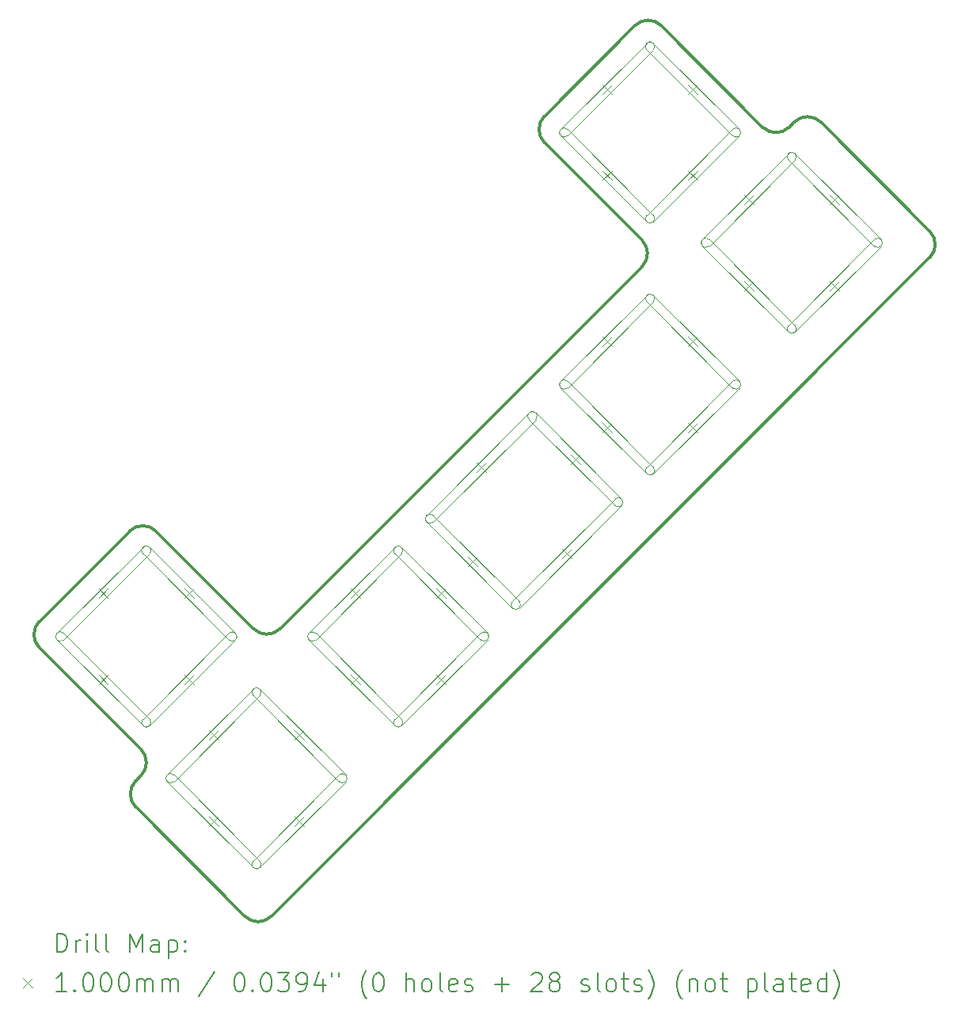
<source format=gbr>
%TF.GenerationSoftware,KiCad,Pcbnew,8.0.5*%
%TF.CreationDate,2024-09-29T21:28:24+09:00*%
%TF.ProjectId,SandyLP_Plate_Base_Center,53616e64-794c-4505-9f50-6c6174655f42,v.0*%
%TF.SameCoordinates,Original*%
%TF.FileFunction,Drillmap*%
%TF.FilePolarity,Positive*%
%FSLAX45Y45*%
G04 Gerber Fmt 4.5, Leading zero omitted, Abs format (unit mm)*
G04 Created by KiCad (PCBNEW 8.0.5) date 2024-09-29 21:28:24*
%MOMM*%
%LPD*%
G01*
G04 APERTURE LIST*
%ADD10C,0.300000*%
%ADD11C,0.200000*%
%ADD12C,0.100000*%
G04 APERTURE END LIST*
D10*
X12613939Y-13180623D02*
X13779663Y-14346348D01*
X12613939Y-12897781D02*
X12667855Y-12843864D01*
X11582771Y-11475936D02*
X12667855Y-12561021D01*
X11582771Y-11193093D02*
X12546308Y-10229556D01*
X12829151Y-10229556D02*
X13872136Y-11272541D01*
X18026831Y-7400689D02*
X14154979Y-11272541D01*
X16983845Y-6074861D02*
X18026831Y-7117847D01*
X17950920Y-4824935D02*
X16983845Y-5792019D01*
X18233763Y-4824935D02*
X19318848Y-5910020D01*
X19655607Y-5856103D02*
X19601690Y-5910020D01*
X21104190Y-7304663D02*
X14062506Y-14346348D01*
X19938450Y-5856103D02*
X21104190Y-7021821D01*
X12613939Y-13180623D02*
G75*
G02*
X12613940Y-12897782I141409J141420D01*
G01*
X14062506Y-14346348D02*
G75*
G02*
X13779663Y-14346348I-141422J141437D01*
G01*
X11582771Y-11475936D02*
G75*
G02*
X11582766Y-11193089I141432J141426D01*
G01*
X12667855Y-12561021D02*
G75*
G02*
X12667857Y-12843865I-141433J-141423D01*
G01*
X12546308Y-10229556D02*
G75*
G02*
X12829156Y-10229551I141426J-141422D01*
G01*
X14154979Y-11272541D02*
G75*
G02*
X13872138Y-11272539I-141420J141423D01*
G01*
X16983845Y-6074861D02*
G75*
G02*
X16983850Y-5792023I141422J141417D01*
G01*
X18026831Y-7117847D02*
G75*
G02*
X18026832Y-7400691I-141423J-141423D01*
G01*
X17950920Y-4824935D02*
G75*
G02*
X18233764Y-4824934I141422J-141435D01*
G01*
X19601690Y-5910020D02*
G75*
G02*
X19318847Y-5910020I-141422J141437D01*
G01*
X19655607Y-5856103D02*
G75*
G02*
X19938450Y-5856103I141421J-141434D01*
G01*
X21104190Y-7021821D02*
G75*
G02*
X21104193Y-7304666I-141412J-141424D01*
G01*
D11*
D12*
X12215457Y-10845786D02*
X12315457Y-10945786D01*
X12315457Y-10845786D02*
X12215457Y-10945786D01*
X11841193Y-11390760D02*
X12760432Y-10471522D01*
X12689721Y-10400811D02*
G75*
G02*
X12760432Y-10471522I35355J-35355D01*
G01*
X12689721Y-10400811D02*
X11770483Y-11320050D01*
X11770483Y-11320050D02*
G75*
G03*
X11841193Y-11390760I35355J-35355D01*
G01*
X12215457Y-11765025D02*
X12315457Y-11865025D01*
X12315457Y-11765025D02*
X12215457Y-11865025D01*
X12760432Y-12239289D02*
X11841193Y-11320050D01*
X11770483Y-11390760D02*
G75*
G02*
X11841193Y-11320050I35355J35355D01*
G01*
X11770483Y-11390760D02*
X12689721Y-12309999D01*
X12689721Y-12309999D02*
G75*
G03*
X12760432Y-12239289I35355J35355D01*
G01*
X13134696Y-10845786D02*
X13234696Y-10945786D01*
X13234696Y-10845786D02*
X13134696Y-10945786D01*
X13679671Y-11320050D02*
X12760432Y-10400811D01*
X12689721Y-10471522D02*
G75*
G02*
X12760432Y-10400811I35355J35355D01*
G01*
X12689721Y-10471522D02*
X13608960Y-11390760D01*
X13608960Y-11390760D02*
G75*
G03*
X13679671Y-11320050I35355J35355D01*
G01*
X13134696Y-11765025D02*
X13234696Y-11865025D01*
X13234696Y-11765025D02*
X13134696Y-11865025D01*
X12760432Y-12309999D02*
X13679671Y-11390760D01*
X13608960Y-11320050D02*
G75*
G02*
X13679671Y-11390760I35355J-35355D01*
G01*
X13608960Y-11320050D02*
X12689721Y-12239289D01*
X12689721Y-12239289D02*
G75*
G03*
X12760432Y-12309999I35355J-35355D01*
G01*
X13394116Y-12361204D02*
X13494116Y-12461204D01*
X13494116Y-12361204D02*
X13394116Y-12461204D01*
X13019852Y-12906179D02*
X13939091Y-11986940D01*
X13868380Y-11916229D02*
G75*
G02*
X13939091Y-11986940I35355J-35355D01*
G01*
X13868380Y-11916229D02*
X12949141Y-12835468D01*
X12949141Y-12835468D02*
G75*
G03*
X13019852Y-12906179I35355J-35355D01*
G01*
X13394116Y-13280443D02*
X13494116Y-13380443D01*
X13494116Y-13280443D02*
X13394116Y-13380443D01*
X13939091Y-13754707D02*
X13019852Y-12835468D01*
X12949141Y-12906179D02*
G75*
G02*
X13019852Y-12835468I35355J35355D01*
G01*
X12949141Y-12906179D02*
X13868380Y-13825417D01*
X13868380Y-13825417D02*
G75*
G03*
X13939091Y-13754707I35355J35355D01*
G01*
X14313355Y-12361204D02*
X14413355Y-12461204D01*
X14413355Y-12361204D02*
X14313355Y-12461204D01*
X14858329Y-12835468D02*
X13939091Y-11916229D01*
X13868380Y-11986940D02*
G75*
G02*
X13939091Y-11916229I35355J35355D01*
G01*
X13868380Y-11986940D02*
X14787619Y-12906179D01*
X14787619Y-12906179D02*
G75*
G03*
X14858329Y-12835468I35355J35355D01*
G01*
X14313355Y-13280443D02*
X14413355Y-13380443D01*
X14413355Y-13280443D02*
X14313355Y-13380443D01*
X13939091Y-13825417D02*
X14858329Y-12906179D01*
X14787619Y-12835468D02*
G75*
G02*
X14858329Y-12906179I35355J-35355D01*
G01*
X14787619Y-12835468D02*
X13868380Y-13754707D01*
X13868380Y-13754707D02*
G75*
G03*
X13939091Y-13825417I35355J-35355D01*
G01*
X14909534Y-10845786D02*
X15009534Y-10945786D01*
X15009534Y-10845786D02*
X14909534Y-10945786D01*
X14535270Y-11390760D02*
X15454509Y-10471522D01*
X15383798Y-10400811D02*
G75*
G02*
X15454509Y-10471522I35355J-35355D01*
G01*
X15383798Y-10400811D02*
X14464559Y-11320050D01*
X14464559Y-11320050D02*
G75*
G03*
X14535270Y-11390760I35355J-35355D01*
G01*
X14909534Y-11765025D02*
X15009534Y-11865025D01*
X15009534Y-11765025D02*
X14909534Y-11865025D01*
X15454509Y-12239289D02*
X14535270Y-11320050D01*
X14464559Y-11390760D02*
G75*
G02*
X14535270Y-11320050I35355J35355D01*
G01*
X14464559Y-11390760D02*
X15383798Y-12309999D01*
X15383798Y-12309999D02*
G75*
G03*
X15454509Y-12239289I35355J35355D01*
G01*
X15828773Y-10845786D02*
X15928773Y-10945786D01*
X15928773Y-10845786D02*
X15828773Y-10945786D01*
X16373748Y-11320050D02*
X15454509Y-10400811D01*
X15383798Y-10471522D02*
G75*
G02*
X15454509Y-10400811I35355J35355D01*
G01*
X15383798Y-10471522D02*
X16303037Y-11390760D01*
X16303037Y-11390760D02*
G75*
G03*
X16373748Y-11320050I35355J35355D01*
G01*
X15828773Y-11765025D02*
X15928773Y-11865025D01*
X15928773Y-11765025D02*
X15828773Y-11865025D01*
X15454509Y-12309999D02*
X16373748Y-11390760D01*
X16303037Y-11320050D02*
G75*
G02*
X16373748Y-11390760I35355J-35355D01*
G01*
X16303037Y-11320050D02*
X15383798Y-12239289D01*
X15383798Y-12239289D02*
G75*
G03*
X15454509Y-12309999I35355J-35355D01*
G01*
X16168184Y-10506375D02*
X16268184Y-10606375D01*
X16268184Y-10506375D02*
X16168184Y-10606375D01*
X16713159Y-10980639D02*
X15793920Y-10061400D01*
X15723209Y-10132110D02*
G75*
G02*
X15793920Y-10061400I35355J35355D01*
G01*
X15723209Y-10132110D02*
X16642448Y-11051349D01*
X16642448Y-11051349D02*
G75*
G03*
X16713159Y-10980639I35355J35355D01*
G01*
X16256572Y-9498747D02*
X16356572Y-9598747D01*
X16356572Y-9498747D02*
X16256572Y-9598747D01*
X16819225Y-8965384D02*
X15723209Y-10061400D01*
X15793920Y-10132110D02*
G75*
G02*
X15723209Y-10061400I-35355J35355D01*
G01*
X15793920Y-10132110D02*
X16889936Y-9036095D01*
X16889936Y-9036095D02*
G75*
G03*
X16819225Y-8965384I-35355J35355D01*
G01*
X17175811Y-10417986D02*
X17275811Y-10517986D01*
X17275811Y-10417986D02*
X17175811Y-10517986D01*
X17738464Y-9884623D02*
X16642448Y-10980639D01*
X16713159Y-11051349D02*
G75*
G02*
X16642448Y-10980639I-35355J35355D01*
G01*
X16713159Y-11051349D02*
X17809174Y-9955334D01*
X17809174Y-9955334D02*
G75*
G03*
X17738464Y-9884623I-35355J35355D01*
G01*
X17264200Y-9410359D02*
X17364200Y-9510359D01*
X17364200Y-9410359D02*
X17264200Y-9510359D01*
X17809174Y-9884623D02*
X16889936Y-8965384D01*
X16819225Y-9036095D02*
G75*
G02*
X16889936Y-8965384I35355J35355D01*
G01*
X16819225Y-9036095D02*
X17738464Y-9955334D01*
X17738464Y-9955334D02*
G75*
G03*
X17809174Y-9884623I35355J35355D01*
G01*
X17603611Y-5457632D02*
X17703611Y-5557632D01*
X17703611Y-5457632D02*
X17603611Y-5557632D01*
X17229347Y-6002607D02*
X18148586Y-5083368D01*
X18077875Y-5012657D02*
G75*
G02*
X18148586Y-5083368I35355J-35355D01*
G01*
X18077875Y-5012657D02*
X17158636Y-5931896D01*
X17158636Y-5931896D02*
G75*
G03*
X17229347Y-6002607I35355J-35355D01*
G01*
X17603611Y-6376871D02*
X17703611Y-6476871D01*
X17703611Y-6376871D02*
X17603611Y-6476871D01*
X18148586Y-6851135D02*
X17229347Y-5931896D01*
X17158636Y-6002607D02*
G75*
G02*
X17229347Y-5931896I35355J35355D01*
G01*
X17158636Y-6002607D02*
X18077875Y-6921846D01*
X18077875Y-6921846D02*
G75*
G03*
X18148586Y-6851135I35355J35355D01*
G01*
X17603611Y-8151709D02*
X17703611Y-8251709D01*
X17703611Y-8151709D02*
X17603611Y-8251709D01*
X17229347Y-8696684D02*
X18148586Y-7777445D01*
X18077875Y-7706734D02*
G75*
G02*
X18148586Y-7777445I35355J-35355D01*
G01*
X18077875Y-7706734D02*
X17158636Y-8625973D01*
X17158636Y-8625973D02*
G75*
G03*
X17229347Y-8696684I35355J-35355D01*
G01*
X17603611Y-9070948D02*
X17703611Y-9170948D01*
X17703611Y-9070948D02*
X17603611Y-9170948D01*
X18148586Y-9545212D02*
X17229347Y-8625973D01*
X17158636Y-8696684D02*
G75*
G02*
X17229347Y-8625973I35355J35355D01*
G01*
X17158636Y-8696684D02*
X18077875Y-9615922D01*
X18077875Y-9615922D02*
G75*
G03*
X18148586Y-9545212I35355J35355D01*
G01*
X18522850Y-5457632D02*
X18622850Y-5557632D01*
X18622850Y-5457632D02*
X18522850Y-5557632D01*
X19067825Y-5931896D02*
X18148586Y-5012657D01*
X18077875Y-5083368D02*
G75*
G02*
X18148586Y-5012657I35355J35355D01*
G01*
X18077875Y-5083368D02*
X18997114Y-6002607D01*
X18997114Y-6002607D02*
G75*
G03*
X19067825Y-5931896I35355J35355D01*
G01*
X18522850Y-6376871D02*
X18622850Y-6476871D01*
X18622850Y-6376871D02*
X18522850Y-6476871D01*
X18148586Y-6921846D02*
X19067825Y-6002607D01*
X18997114Y-5931896D02*
G75*
G02*
X19067825Y-6002607I35355J-35355D01*
G01*
X18997114Y-5931896D02*
X18077875Y-6851135D01*
X18077875Y-6851135D02*
G75*
G03*
X18148586Y-6921846I35355J-35355D01*
G01*
X18522850Y-8151709D02*
X18622850Y-8251709D01*
X18622850Y-8151709D02*
X18522850Y-8251709D01*
X19067825Y-8625973D02*
X18148586Y-7706734D01*
X18077875Y-7777445D02*
G75*
G02*
X18148586Y-7706734I35355J35355D01*
G01*
X18077875Y-7777445D02*
X18997114Y-8696684D01*
X18997114Y-8696684D02*
G75*
G03*
X19067825Y-8625973I35355J35355D01*
G01*
X18522850Y-9070948D02*
X18622850Y-9170948D01*
X18622850Y-9070948D02*
X18522850Y-9170948D01*
X18148586Y-9615922D02*
X19067825Y-8696684D01*
X18997114Y-8625973D02*
G75*
G02*
X19067825Y-8696684I35355J-35355D01*
G01*
X18997114Y-8625973D02*
X18077875Y-9545212D01*
X18077875Y-9545212D02*
G75*
G03*
X18148586Y-9615922I35355J-35355D01*
G01*
X19119029Y-6636291D02*
X19219029Y-6736291D01*
X19219029Y-6636291D02*
X19119029Y-6736291D01*
X18744765Y-7181265D02*
X19664004Y-6262027D01*
X19593293Y-6191316D02*
G75*
G02*
X19664004Y-6262027I35355J-35355D01*
G01*
X19593293Y-6191316D02*
X18674055Y-7110555D01*
X18674055Y-7110555D02*
G75*
G03*
X18744765Y-7181265I35355J-35355D01*
G01*
X19119029Y-7555529D02*
X19219029Y-7655529D01*
X19219029Y-7555529D02*
X19119029Y-7655529D01*
X19664004Y-8029794D02*
X18744765Y-7110555D01*
X18674055Y-7181265D02*
G75*
G02*
X18744765Y-7110555I35355J35355D01*
G01*
X18674055Y-7181265D02*
X19593293Y-8100504D01*
X19593293Y-8100504D02*
G75*
G03*
X19664004Y-8029794I35355J35355D01*
G01*
X20038268Y-6636291D02*
X20138268Y-6736291D01*
X20138268Y-6636291D02*
X20038268Y-6736291D01*
X20583243Y-7110555D02*
X19664004Y-6191316D01*
X19593293Y-6262027D02*
G75*
G02*
X19664004Y-6191316I35355J35355D01*
G01*
X19593293Y-6262027D02*
X20512532Y-7181265D01*
X20512532Y-7181265D02*
G75*
G03*
X20583243Y-7110555I35355J35355D01*
G01*
X20038268Y-7555529D02*
X20138268Y-7655529D01*
X20138268Y-7555529D02*
X20038268Y-7655529D01*
X19664004Y-8100504D02*
X20583243Y-7181265D01*
X20512532Y-7110555D02*
G75*
G02*
X20583243Y-7181265I35355J-35355D01*
G01*
X20512532Y-7110555D02*
X19593293Y-8029794D01*
X19593293Y-8029794D02*
G75*
G03*
X19664004Y-8100504I35355J-35355D01*
G01*
D11*
X11769968Y-14731406D02*
X11769968Y-14531406D01*
X11769968Y-14531406D02*
X11817587Y-14531406D01*
X11817587Y-14531406D02*
X11846159Y-14540930D01*
X11846159Y-14540930D02*
X11865207Y-14559977D01*
X11865207Y-14559977D02*
X11874730Y-14579025D01*
X11874730Y-14579025D02*
X11884254Y-14617120D01*
X11884254Y-14617120D02*
X11884254Y-14645692D01*
X11884254Y-14645692D02*
X11874730Y-14683787D01*
X11874730Y-14683787D02*
X11865207Y-14702834D01*
X11865207Y-14702834D02*
X11846159Y-14721882D01*
X11846159Y-14721882D02*
X11817587Y-14731406D01*
X11817587Y-14731406D02*
X11769968Y-14731406D01*
X11969968Y-14731406D02*
X11969968Y-14598072D01*
X11969968Y-14636168D02*
X11979492Y-14617120D01*
X11979492Y-14617120D02*
X11989016Y-14607596D01*
X11989016Y-14607596D02*
X12008064Y-14598072D01*
X12008064Y-14598072D02*
X12027111Y-14598072D01*
X12093778Y-14731406D02*
X12093778Y-14598072D01*
X12093778Y-14531406D02*
X12084254Y-14540930D01*
X12084254Y-14540930D02*
X12093778Y-14550453D01*
X12093778Y-14550453D02*
X12103302Y-14540930D01*
X12103302Y-14540930D02*
X12093778Y-14531406D01*
X12093778Y-14531406D02*
X12093778Y-14550453D01*
X12217587Y-14731406D02*
X12198540Y-14721882D01*
X12198540Y-14721882D02*
X12189016Y-14702834D01*
X12189016Y-14702834D02*
X12189016Y-14531406D01*
X12322349Y-14731406D02*
X12303302Y-14721882D01*
X12303302Y-14721882D02*
X12293778Y-14702834D01*
X12293778Y-14702834D02*
X12293778Y-14531406D01*
X12550921Y-14731406D02*
X12550921Y-14531406D01*
X12550921Y-14531406D02*
X12617588Y-14674263D01*
X12617588Y-14674263D02*
X12684254Y-14531406D01*
X12684254Y-14531406D02*
X12684254Y-14731406D01*
X12865207Y-14731406D02*
X12865207Y-14626644D01*
X12865207Y-14626644D02*
X12855683Y-14607596D01*
X12855683Y-14607596D02*
X12836635Y-14598072D01*
X12836635Y-14598072D02*
X12798540Y-14598072D01*
X12798540Y-14598072D02*
X12779492Y-14607596D01*
X12865207Y-14721882D02*
X12846159Y-14731406D01*
X12846159Y-14731406D02*
X12798540Y-14731406D01*
X12798540Y-14731406D02*
X12779492Y-14721882D01*
X12779492Y-14721882D02*
X12769968Y-14702834D01*
X12769968Y-14702834D02*
X12769968Y-14683787D01*
X12769968Y-14683787D02*
X12779492Y-14664739D01*
X12779492Y-14664739D02*
X12798540Y-14655215D01*
X12798540Y-14655215D02*
X12846159Y-14655215D01*
X12846159Y-14655215D02*
X12865207Y-14645692D01*
X12960445Y-14598072D02*
X12960445Y-14798072D01*
X12960445Y-14607596D02*
X12979492Y-14598072D01*
X12979492Y-14598072D02*
X13017588Y-14598072D01*
X13017588Y-14598072D02*
X13036635Y-14607596D01*
X13036635Y-14607596D02*
X13046159Y-14617120D01*
X13046159Y-14617120D02*
X13055683Y-14636168D01*
X13055683Y-14636168D02*
X13055683Y-14693311D01*
X13055683Y-14693311D02*
X13046159Y-14712358D01*
X13046159Y-14712358D02*
X13036635Y-14721882D01*
X13036635Y-14721882D02*
X13017588Y-14731406D01*
X13017588Y-14731406D02*
X12979492Y-14731406D01*
X12979492Y-14731406D02*
X12960445Y-14721882D01*
X13141397Y-14712358D02*
X13150921Y-14721882D01*
X13150921Y-14721882D02*
X13141397Y-14731406D01*
X13141397Y-14731406D02*
X13131873Y-14721882D01*
X13131873Y-14721882D02*
X13141397Y-14712358D01*
X13141397Y-14712358D02*
X13141397Y-14731406D01*
X13141397Y-14607596D02*
X13150921Y-14617120D01*
X13150921Y-14617120D02*
X13141397Y-14626644D01*
X13141397Y-14626644D02*
X13131873Y-14617120D01*
X13131873Y-14617120D02*
X13141397Y-14607596D01*
X13141397Y-14607596D02*
X13141397Y-14626644D01*
D12*
X11409192Y-15009922D02*
X11509192Y-15109922D01*
X11509192Y-15009922D02*
X11409192Y-15109922D01*
D11*
X11874730Y-15151406D02*
X11760445Y-15151406D01*
X11817587Y-15151406D02*
X11817587Y-14951406D01*
X11817587Y-14951406D02*
X11798540Y-14979977D01*
X11798540Y-14979977D02*
X11779492Y-14999025D01*
X11779492Y-14999025D02*
X11760445Y-15008549D01*
X11960445Y-15132358D02*
X11969968Y-15141882D01*
X11969968Y-15141882D02*
X11960445Y-15151406D01*
X11960445Y-15151406D02*
X11950921Y-15141882D01*
X11950921Y-15141882D02*
X11960445Y-15132358D01*
X11960445Y-15132358D02*
X11960445Y-15151406D01*
X12093778Y-14951406D02*
X12112826Y-14951406D01*
X12112826Y-14951406D02*
X12131873Y-14960930D01*
X12131873Y-14960930D02*
X12141397Y-14970453D01*
X12141397Y-14970453D02*
X12150921Y-14989501D01*
X12150921Y-14989501D02*
X12160445Y-15027596D01*
X12160445Y-15027596D02*
X12160445Y-15075215D01*
X12160445Y-15075215D02*
X12150921Y-15113311D01*
X12150921Y-15113311D02*
X12141397Y-15132358D01*
X12141397Y-15132358D02*
X12131873Y-15141882D01*
X12131873Y-15141882D02*
X12112826Y-15151406D01*
X12112826Y-15151406D02*
X12093778Y-15151406D01*
X12093778Y-15151406D02*
X12074730Y-15141882D01*
X12074730Y-15141882D02*
X12065207Y-15132358D01*
X12065207Y-15132358D02*
X12055683Y-15113311D01*
X12055683Y-15113311D02*
X12046159Y-15075215D01*
X12046159Y-15075215D02*
X12046159Y-15027596D01*
X12046159Y-15027596D02*
X12055683Y-14989501D01*
X12055683Y-14989501D02*
X12065207Y-14970453D01*
X12065207Y-14970453D02*
X12074730Y-14960930D01*
X12074730Y-14960930D02*
X12093778Y-14951406D01*
X12284254Y-14951406D02*
X12303302Y-14951406D01*
X12303302Y-14951406D02*
X12322349Y-14960930D01*
X12322349Y-14960930D02*
X12331873Y-14970453D01*
X12331873Y-14970453D02*
X12341397Y-14989501D01*
X12341397Y-14989501D02*
X12350921Y-15027596D01*
X12350921Y-15027596D02*
X12350921Y-15075215D01*
X12350921Y-15075215D02*
X12341397Y-15113311D01*
X12341397Y-15113311D02*
X12331873Y-15132358D01*
X12331873Y-15132358D02*
X12322349Y-15141882D01*
X12322349Y-15141882D02*
X12303302Y-15151406D01*
X12303302Y-15151406D02*
X12284254Y-15151406D01*
X12284254Y-15151406D02*
X12265207Y-15141882D01*
X12265207Y-15141882D02*
X12255683Y-15132358D01*
X12255683Y-15132358D02*
X12246159Y-15113311D01*
X12246159Y-15113311D02*
X12236635Y-15075215D01*
X12236635Y-15075215D02*
X12236635Y-15027596D01*
X12236635Y-15027596D02*
X12246159Y-14989501D01*
X12246159Y-14989501D02*
X12255683Y-14970453D01*
X12255683Y-14970453D02*
X12265207Y-14960930D01*
X12265207Y-14960930D02*
X12284254Y-14951406D01*
X12474730Y-14951406D02*
X12493778Y-14951406D01*
X12493778Y-14951406D02*
X12512826Y-14960930D01*
X12512826Y-14960930D02*
X12522349Y-14970453D01*
X12522349Y-14970453D02*
X12531873Y-14989501D01*
X12531873Y-14989501D02*
X12541397Y-15027596D01*
X12541397Y-15027596D02*
X12541397Y-15075215D01*
X12541397Y-15075215D02*
X12531873Y-15113311D01*
X12531873Y-15113311D02*
X12522349Y-15132358D01*
X12522349Y-15132358D02*
X12512826Y-15141882D01*
X12512826Y-15141882D02*
X12493778Y-15151406D01*
X12493778Y-15151406D02*
X12474730Y-15151406D01*
X12474730Y-15151406D02*
X12455683Y-15141882D01*
X12455683Y-15141882D02*
X12446159Y-15132358D01*
X12446159Y-15132358D02*
X12436635Y-15113311D01*
X12436635Y-15113311D02*
X12427111Y-15075215D01*
X12427111Y-15075215D02*
X12427111Y-15027596D01*
X12427111Y-15027596D02*
X12436635Y-14989501D01*
X12436635Y-14989501D02*
X12446159Y-14970453D01*
X12446159Y-14970453D02*
X12455683Y-14960930D01*
X12455683Y-14960930D02*
X12474730Y-14951406D01*
X12627111Y-15151406D02*
X12627111Y-15018072D01*
X12627111Y-15037120D02*
X12636635Y-15027596D01*
X12636635Y-15027596D02*
X12655683Y-15018072D01*
X12655683Y-15018072D02*
X12684254Y-15018072D01*
X12684254Y-15018072D02*
X12703302Y-15027596D01*
X12703302Y-15027596D02*
X12712826Y-15046644D01*
X12712826Y-15046644D02*
X12712826Y-15151406D01*
X12712826Y-15046644D02*
X12722349Y-15027596D01*
X12722349Y-15027596D02*
X12741397Y-15018072D01*
X12741397Y-15018072D02*
X12769968Y-15018072D01*
X12769968Y-15018072D02*
X12789016Y-15027596D01*
X12789016Y-15027596D02*
X12798540Y-15046644D01*
X12798540Y-15046644D02*
X12798540Y-15151406D01*
X12893778Y-15151406D02*
X12893778Y-15018072D01*
X12893778Y-15037120D02*
X12903302Y-15027596D01*
X12903302Y-15027596D02*
X12922349Y-15018072D01*
X12922349Y-15018072D02*
X12950921Y-15018072D01*
X12950921Y-15018072D02*
X12969969Y-15027596D01*
X12969969Y-15027596D02*
X12979492Y-15046644D01*
X12979492Y-15046644D02*
X12979492Y-15151406D01*
X12979492Y-15046644D02*
X12989016Y-15027596D01*
X12989016Y-15027596D02*
X13008064Y-15018072D01*
X13008064Y-15018072D02*
X13036635Y-15018072D01*
X13036635Y-15018072D02*
X13055683Y-15027596D01*
X13055683Y-15027596D02*
X13065207Y-15046644D01*
X13065207Y-15046644D02*
X13065207Y-15151406D01*
X13455683Y-14941882D02*
X13284254Y-15199025D01*
X13712826Y-14951406D02*
X13731873Y-14951406D01*
X13731873Y-14951406D02*
X13750921Y-14960930D01*
X13750921Y-14960930D02*
X13760445Y-14970453D01*
X13760445Y-14970453D02*
X13769969Y-14989501D01*
X13769969Y-14989501D02*
X13779492Y-15027596D01*
X13779492Y-15027596D02*
X13779492Y-15075215D01*
X13779492Y-15075215D02*
X13769969Y-15113311D01*
X13769969Y-15113311D02*
X13760445Y-15132358D01*
X13760445Y-15132358D02*
X13750921Y-15141882D01*
X13750921Y-15141882D02*
X13731873Y-15151406D01*
X13731873Y-15151406D02*
X13712826Y-15151406D01*
X13712826Y-15151406D02*
X13693778Y-15141882D01*
X13693778Y-15141882D02*
X13684254Y-15132358D01*
X13684254Y-15132358D02*
X13674731Y-15113311D01*
X13674731Y-15113311D02*
X13665207Y-15075215D01*
X13665207Y-15075215D02*
X13665207Y-15027596D01*
X13665207Y-15027596D02*
X13674731Y-14989501D01*
X13674731Y-14989501D02*
X13684254Y-14970453D01*
X13684254Y-14970453D02*
X13693778Y-14960930D01*
X13693778Y-14960930D02*
X13712826Y-14951406D01*
X13865207Y-15132358D02*
X13874731Y-15141882D01*
X13874731Y-15141882D02*
X13865207Y-15151406D01*
X13865207Y-15151406D02*
X13855683Y-15141882D01*
X13855683Y-15141882D02*
X13865207Y-15132358D01*
X13865207Y-15132358D02*
X13865207Y-15151406D01*
X13998540Y-14951406D02*
X14017588Y-14951406D01*
X14017588Y-14951406D02*
X14036635Y-14960930D01*
X14036635Y-14960930D02*
X14046159Y-14970453D01*
X14046159Y-14970453D02*
X14055683Y-14989501D01*
X14055683Y-14989501D02*
X14065207Y-15027596D01*
X14065207Y-15027596D02*
X14065207Y-15075215D01*
X14065207Y-15075215D02*
X14055683Y-15113311D01*
X14055683Y-15113311D02*
X14046159Y-15132358D01*
X14046159Y-15132358D02*
X14036635Y-15141882D01*
X14036635Y-15141882D02*
X14017588Y-15151406D01*
X14017588Y-15151406D02*
X13998540Y-15151406D01*
X13998540Y-15151406D02*
X13979492Y-15141882D01*
X13979492Y-15141882D02*
X13969969Y-15132358D01*
X13969969Y-15132358D02*
X13960445Y-15113311D01*
X13960445Y-15113311D02*
X13950921Y-15075215D01*
X13950921Y-15075215D02*
X13950921Y-15027596D01*
X13950921Y-15027596D02*
X13960445Y-14989501D01*
X13960445Y-14989501D02*
X13969969Y-14970453D01*
X13969969Y-14970453D02*
X13979492Y-14960930D01*
X13979492Y-14960930D02*
X13998540Y-14951406D01*
X14131873Y-14951406D02*
X14255683Y-14951406D01*
X14255683Y-14951406D02*
X14189016Y-15027596D01*
X14189016Y-15027596D02*
X14217588Y-15027596D01*
X14217588Y-15027596D02*
X14236635Y-15037120D01*
X14236635Y-15037120D02*
X14246159Y-15046644D01*
X14246159Y-15046644D02*
X14255683Y-15065692D01*
X14255683Y-15065692D02*
X14255683Y-15113311D01*
X14255683Y-15113311D02*
X14246159Y-15132358D01*
X14246159Y-15132358D02*
X14236635Y-15141882D01*
X14236635Y-15141882D02*
X14217588Y-15151406D01*
X14217588Y-15151406D02*
X14160445Y-15151406D01*
X14160445Y-15151406D02*
X14141397Y-15141882D01*
X14141397Y-15141882D02*
X14131873Y-15132358D01*
X14350921Y-15151406D02*
X14389016Y-15151406D01*
X14389016Y-15151406D02*
X14408064Y-15141882D01*
X14408064Y-15141882D02*
X14417588Y-15132358D01*
X14417588Y-15132358D02*
X14436635Y-15103787D01*
X14436635Y-15103787D02*
X14446159Y-15065692D01*
X14446159Y-15065692D02*
X14446159Y-14989501D01*
X14446159Y-14989501D02*
X14436635Y-14970453D01*
X14436635Y-14970453D02*
X14427112Y-14960930D01*
X14427112Y-14960930D02*
X14408064Y-14951406D01*
X14408064Y-14951406D02*
X14369969Y-14951406D01*
X14369969Y-14951406D02*
X14350921Y-14960930D01*
X14350921Y-14960930D02*
X14341397Y-14970453D01*
X14341397Y-14970453D02*
X14331873Y-14989501D01*
X14331873Y-14989501D02*
X14331873Y-15037120D01*
X14331873Y-15037120D02*
X14341397Y-15056168D01*
X14341397Y-15056168D02*
X14350921Y-15065692D01*
X14350921Y-15065692D02*
X14369969Y-15075215D01*
X14369969Y-15075215D02*
X14408064Y-15075215D01*
X14408064Y-15075215D02*
X14427112Y-15065692D01*
X14427112Y-15065692D02*
X14436635Y-15056168D01*
X14436635Y-15056168D02*
X14446159Y-15037120D01*
X14617588Y-15018072D02*
X14617588Y-15151406D01*
X14569969Y-14941882D02*
X14522350Y-15084739D01*
X14522350Y-15084739D02*
X14646159Y-15084739D01*
X14712826Y-14951406D02*
X14712826Y-14989501D01*
X14789016Y-14951406D02*
X14789016Y-14989501D01*
X15084255Y-15227596D02*
X15074731Y-15218072D01*
X15074731Y-15218072D02*
X15055683Y-15189501D01*
X15055683Y-15189501D02*
X15046159Y-15170453D01*
X15046159Y-15170453D02*
X15036635Y-15141882D01*
X15036635Y-15141882D02*
X15027112Y-15094263D01*
X15027112Y-15094263D02*
X15027112Y-15056168D01*
X15027112Y-15056168D02*
X15036635Y-15008549D01*
X15036635Y-15008549D02*
X15046159Y-14979977D01*
X15046159Y-14979977D02*
X15055683Y-14960930D01*
X15055683Y-14960930D02*
X15074731Y-14932358D01*
X15074731Y-14932358D02*
X15084255Y-14922834D01*
X15198540Y-14951406D02*
X15217588Y-14951406D01*
X15217588Y-14951406D02*
X15236635Y-14960930D01*
X15236635Y-14960930D02*
X15246159Y-14970453D01*
X15246159Y-14970453D02*
X15255683Y-14989501D01*
X15255683Y-14989501D02*
X15265207Y-15027596D01*
X15265207Y-15027596D02*
X15265207Y-15075215D01*
X15265207Y-15075215D02*
X15255683Y-15113311D01*
X15255683Y-15113311D02*
X15246159Y-15132358D01*
X15246159Y-15132358D02*
X15236635Y-15141882D01*
X15236635Y-15141882D02*
X15217588Y-15151406D01*
X15217588Y-15151406D02*
X15198540Y-15151406D01*
X15198540Y-15151406D02*
X15179493Y-15141882D01*
X15179493Y-15141882D02*
X15169969Y-15132358D01*
X15169969Y-15132358D02*
X15160445Y-15113311D01*
X15160445Y-15113311D02*
X15150921Y-15075215D01*
X15150921Y-15075215D02*
X15150921Y-15027596D01*
X15150921Y-15027596D02*
X15160445Y-14989501D01*
X15160445Y-14989501D02*
X15169969Y-14970453D01*
X15169969Y-14970453D02*
X15179493Y-14960930D01*
X15179493Y-14960930D02*
X15198540Y-14951406D01*
X15503302Y-15151406D02*
X15503302Y-14951406D01*
X15589016Y-15151406D02*
X15589016Y-15046644D01*
X15589016Y-15046644D02*
X15579493Y-15027596D01*
X15579493Y-15027596D02*
X15560445Y-15018072D01*
X15560445Y-15018072D02*
X15531874Y-15018072D01*
X15531874Y-15018072D02*
X15512826Y-15027596D01*
X15512826Y-15027596D02*
X15503302Y-15037120D01*
X15712826Y-15151406D02*
X15693778Y-15141882D01*
X15693778Y-15141882D02*
X15684255Y-15132358D01*
X15684255Y-15132358D02*
X15674731Y-15113311D01*
X15674731Y-15113311D02*
X15674731Y-15056168D01*
X15674731Y-15056168D02*
X15684255Y-15037120D01*
X15684255Y-15037120D02*
X15693778Y-15027596D01*
X15693778Y-15027596D02*
X15712826Y-15018072D01*
X15712826Y-15018072D02*
X15741397Y-15018072D01*
X15741397Y-15018072D02*
X15760445Y-15027596D01*
X15760445Y-15027596D02*
X15769969Y-15037120D01*
X15769969Y-15037120D02*
X15779493Y-15056168D01*
X15779493Y-15056168D02*
X15779493Y-15113311D01*
X15779493Y-15113311D02*
X15769969Y-15132358D01*
X15769969Y-15132358D02*
X15760445Y-15141882D01*
X15760445Y-15141882D02*
X15741397Y-15151406D01*
X15741397Y-15151406D02*
X15712826Y-15151406D01*
X15893778Y-15151406D02*
X15874731Y-15141882D01*
X15874731Y-15141882D02*
X15865207Y-15122834D01*
X15865207Y-15122834D02*
X15865207Y-14951406D01*
X16046159Y-15141882D02*
X16027112Y-15151406D01*
X16027112Y-15151406D02*
X15989016Y-15151406D01*
X15989016Y-15151406D02*
X15969969Y-15141882D01*
X15969969Y-15141882D02*
X15960445Y-15122834D01*
X15960445Y-15122834D02*
X15960445Y-15046644D01*
X15960445Y-15046644D02*
X15969969Y-15027596D01*
X15969969Y-15027596D02*
X15989016Y-15018072D01*
X15989016Y-15018072D02*
X16027112Y-15018072D01*
X16027112Y-15018072D02*
X16046159Y-15027596D01*
X16046159Y-15027596D02*
X16055683Y-15046644D01*
X16055683Y-15046644D02*
X16055683Y-15065692D01*
X16055683Y-15065692D02*
X15960445Y-15084739D01*
X16131874Y-15141882D02*
X16150921Y-15151406D01*
X16150921Y-15151406D02*
X16189016Y-15151406D01*
X16189016Y-15151406D02*
X16208064Y-15141882D01*
X16208064Y-15141882D02*
X16217588Y-15122834D01*
X16217588Y-15122834D02*
X16217588Y-15113311D01*
X16217588Y-15113311D02*
X16208064Y-15094263D01*
X16208064Y-15094263D02*
X16189016Y-15084739D01*
X16189016Y-15084739D02*
X16160445Y-15084739D01*
X16160445Y-15084739D02*
X16141397Y-15075215D01*
X16141397Y-15075215D02*
X16131874Y-15056168D01*
X16131874Y-15056168D02*
X16131874Y-15046644D01*
X16131874Y-15046644D02*
X16141397Y-15027596D01*
X16141397Y-15027596D02*
X16160445Y-15018072D01*
X16160445Y-15018072D02*
X16189016Y-15018072D01*
X16189016Y-15018072D02*
X16208064Y-15027596D01*
X16455683Y-15075215D02*
X16608064Y-15075215D01*
X16531874Y-15151406D02*
X16531874Y-14999025D01*
X16846160Y-14970453D02*
X16855683Y-14960930D01*
X16855683Y-14960930D02*
X16874731Y-14951406D01*
X16874731Y-14951406D02*
X16922350Y-14951406D01*
X16922350Y-14951406D02*
X16941398Y-14960930D01*
X16941398Y-14960930D02*
X16950921Y-14970453D01*
X16950921Y-14970453D02*
X16960445Y-14989501D01*
X16960445Y-14989501D02*
X16960445Y-15008549D01*
X16960445Y-15008549D02*
X16950921Y-15037120D01*
X16950921Y-15037120D02*
X16836636Y-15151406D01*
X16836636Y-15151406D02*
X16960445Y-15151406D01*
X17074731Y-15037120D02*
X17055683Y-15027596D01*
X17055683Y-15027596D02*
X17046160Y-15018072D01*
X17046160Y-15018072D02*
X17036636Y-14999025D01*
X17036636Y-14999025D02*
X17036636Y-14989501D01*
X17036636Y-14989501D02*
X17046160Y-14970453D01*
X17046160Y-14970453D02*
X17055683Y-14960930D01*
X17055683Y-14960930D02*
X17074731Y-14951406D01*
X17074731Y-14951406D02*
X17112826Y-14951406D01*
X17112826Y-14951406D02*
X17131874Y-14960930D01*
X17131874Y-14960930D02*
X17141398Y-14970453D01*
X17141398Y-14970453D02*
X17150921Y-14989501D01*
X17150921Y-14989501D02*
X17150921Y-14999025D01*
X17150921Y-14999025D02*
X17141398Y-15018072D01*
X17141398Y-15018072D02*
X17131874Y-15027596D01*
X17131874Y-15027596D02*
X17112826Y-15037120D01*
X17112826Y-15037120D02*
X17074731Y-15037120D01*
X17074731Y-15037120D02*
X17055683Y-15046644D01*
X17055683Y-15046644D02*
X17046160Y-15056168D01*
X17046160Y-15056168D02*
X17036636Y-15075215D01*
X17036636Y-15075215D02*
X17036636Y-15113311D01*
X17036636Y-15113311D02*
X17046160Y-15132358D01*
X17046160Y-15132358D02*
X17055683Y-15141882D01*
X17055683Y-15141882D02*
X17074731Y-15151406D01*
X17074731Y-15151406D02*
X17112826Y-15151406D01*
X17112826Y-15151406D02*
X17131874Y-15141882D01*
X17131874Y-15141882D02*
X17141398Y-15132358D01*
X17141398Y-15132358D02*
X17150921Y-15113311D01*
X17150921Y-15113311D02*
X17150921Y-15075215D01*
X17150921Y-15075215D02*
X17141398Y-15056168D01*
X17141398Y-15056168D02*
X17131874Y-15046644D01*
X17131874Y-15046644D02*
X17112826Y-15037120D01*
X17379493Y-15141882D02*
X17398541Y-15151406D01*
X17398541Y-15151406D02*
X17436636Y-15151406D01*
X17436636Y-15151406D02*
X17455683Y-15141882D01*
X17455683Y-15141882D02*
X17465207Y-15122834D01*
X17465207Y-15122834D02*
X17465207Y-15113311D01*
X17465207Y-15113311D02*
X17455683Y-15094263D01*
X17455683Y-15094263D02*
X17436636Y-15084739D01*
X17436636Y-15084739D02*
X17408064Y-15084739D01*
X17408064Y-15084739D02*
X17389017Y-15075215D01*
X17389017Y-15075215D02*
X17379493Y-15056168D01*
X17379493Y-15056168D02*
X17379493Y-15046644D01*
X17379493Y-15046644D02*
X17389017Y-15027596D01*
X17389017Y-15027596D02*
X17408064Y-15018072D01*
X17408064Y-15018072D02*
X17436636Y-15018072D01*
X17436636Y-15018072D02*
X17455683Y-15027596D01*
X17579493Y-15151406D02*
X17560445Y-15141882D01*
X17560445Y-15141882D02*
X17550922Y-15122834D01*
X17550922Y-15122834D02*
X17550922Y-14951406D01*
X17684255Y-15151406D02*
X17665207Y-15141882D01*
X17665207Y-15141882D02*
X17655683Y-15132358D01*
X17655683Y-15132358D02*
X17646160Y-15113311D01*
X17646160Y-15113311D02*
X17646160Y-15056168D01*
X17646160Y-15056168D02*
X17655683Y-15037120D01*
X17655683Y-15037120D02*
X17665207Y-15027596D01*
X17665207Y-15027596D02*
X17684255Y-15018072D01*
X17684255Y-15018072D02*
X17712826Y-15018072D01*
X17712826Y-15018072D02*
X17731874Y-15027596D01*
X17731874Y-15027596D02*
X17741398Y-15037120D01*
X17741398Y-15037120D02*
X17750922Y-15056168D01*
X17750922Y-15056168D02*
X17750922Y-15113311D01*
X17750922Y-15113311D02*
X17741398Y-15132358D01*
X17741398Y-15132358D02*
X17731874Y-15141882D01*
X17731874Y-15141882D02*
X17712826Y-15151406D01*
X17712826Y-15151406D02*
X17684255Y-15151406D01*
X17808064Y-15018072D02*
X17884255Y-15018072D01*
X17836636Y-14951406D02*
X17836636Y-15122834D01*
X17836636Y-15122834D02*
X17846160Y-15141882D01*
X17846160Y-15141882D02*
X17865207Y-15151406D01*
X17865207Y-15151406D02*
X17884255Y-15151406D01*
X17941398Y-15141882D02*
X17960445Y-15151406D01*
X17960445Y-15151406D02*
X17998541Y-15151406D01*
X17998541Y-15151406D02*
X18017588Y-15141882D01*
X18017588Y-15141882D02*
X18027112Y-15122834D01*
X18027112Y-15122834D02*
X18027112Y-15113311D01*
X18027112Y-15113311D02*
X18017588Y-15094263D01*
X18017588Y-15094263D02*
X17998541Y-15084739D01*
X17998541Y-15084739D02*
X17969969Y-15084739D01*
X17969969Y-15084739D02*
X17950922Y-15075215D01*
X17950922Y-15075215D02*
X17941398Y-15056168D01*
X17941398Y-15056168D02*
X17941398Y-15046644D01*
X17941398Y-15046644D02*
X17950922Y-15027596D01*
X17950922Y-15027596D02*
X17969969Y-15018072D01*
X17969969Y-15018072D02*
X17998541Y-15018072D01*
X17998541Y-15018072D02*
X18017588Y-15027596D01*
X18093779Y-15227596D02*
X18103303Y-15218072D01*
X18103303Y-15218072D02*
X18122350Y-15189501D01*
X18122350Y-15189501D02*
X18131874Y-15170453D01*
X18131874Y-15170453D02*
X18141398Y-15141882D01*
X18141398Y-15141882D02*
X18150922Y-15094263D01*
X18150922Y-15094263D02*
X18150922Y-15056168D01*
X18150922Y-15056168D02*
X18141398Y-15008549D01*
X18141398Y-15008549D02*
X18131874Y-14979977D01*
X18131874Y-14979977D02*
X18122350Y-14960930D01*
X18122350Y-14960930D02*
X18103303Y-14932358D01*
X18103303Y-14932358D02*
X18093779Y-14922834D01*
X18455684Y-15227596D02*
X18446160Y-15218072D01*
X18446160Y-15218072D02*
X18427112Y-15189501D01*
X18427112Y-15189501D02*
X18417588Y-15170453D01*
X18417588Y-15170453D02*
X18408064Y-15141882D01*
X18408064Y-15141882D02*
X18398541Y-15094263D01*
X18398541Y-15094263D02*
X18398541Y-15056168D01*
X18398541Y-15056168D02*
X18408064Y-15008549D01*
X18408064Y-15008549D02*
X18417588Y-14979977D01*
X18417588Y-14979977D02*
X18427112Y-14960930D01*
X18427112Y-14960930D02*
X18446160Y-14932358D01*
X18446160Y-14932358D02*
X18455684Y-14922834D01*
X18531874Y-15018072D02*
X18531874Y-15151406D01*
X18531874Y-15037120D02*
X18541398Y-15027596D01*
X18541398Y-15027596D02*
X18560445Y-15018072D01*
X18560445Y-15018072D02*
X18589017Y-15018072D01*
X18589017Y-15018072D02*
X18608064Y-15027596D01*
X18608064Y-15027596D02*
X18617588Y-15046644D01*
X18617588Y-15046644D02*
X18617588Y-15151406D01*
X18741398Y-15151406D02*
X18722350Y-15141882D01*
X18722350Y-15141882D02*
X18712826Y-15132358D01*
X18712826Y-15132358D02*
X18703303Y-15113311D01*
X18703303Y-15113311D02*
X18703303Y-15056168D01*
X18703303Y-15056168D02*
X18712826Y-15037120D01*
X18712826Y-15037120D02*
X18722350Y-15027596D01*
X18722350Y-15027596D02*
X18741398Y-15018072D01*
X18741398Y-15018072D02*
X18769969Y-15018072D01*
X18769969Y-15018072D02*
X18789017Y-15027596D01*
X18789017Y-15027596D02*
X18798541Y-15037120D01*
X18798541Y-15037120D02*
X18808064Y-15056168D01*
X18808064Y-15056168D02*
X18808064Y-15113311D01*
X18808064Y-15113311D02*
X18798541Y-15132358D01*
X18798541Y-15132358D02*
X18789017Y-15141882D01*
X18789017Y-15141882D02*
X18769969Y-15151406D01*
X18769969Y-15151406D02*
X18741398Y-15151406D01*
X18865207Y-15018072D02*
X18941398Y-15018072D01*
X18893779Y-14951406D02*
X18893779Y-15122834D01*
X18893779Y-15122834D02*
X18903303Y-15141882D01*
X18903303Y-15141882D02*
X18922350Y-15151406D01*
X18922350Y-15151406D02*
X18941398Y-15151406D01*
X19160445Y-15018072D02*
X19160445Y-15218072D01*
X19160445Y-15027596D02*
X19179493Y-15018072D01*
X19179493Y-15018072D02*
X19217588Y-15018072D01*
X19217588Y-15018072D02*
X19236636Y-15027596D01*
X19236636Y-15027596D02*
X19246160Y-15037120D01*
X19246160Y-15037120D02*
X19255684Y-15056168D01*
X19255684Y-15056168D02*
X19255684Y-15113311D01*
X19255684Y-15113311D02*
X19246160Y-15132358D01*
X19246160Y-15132358D02*
X19236636Y-15141882D01*
X19236636Y-15141882D02*
X19217588Y-15151406D01*
X19217588Y-15151406D02*
X19179493Y-15151406D01*
X19179493Y-15151406D02*
X19160445Y-15141882D01*
X19369969Y-15151406D02*
X19350922Y-15141882D01*
X19350922Y-15141882D02*
X19341398Y-15122834D01*
X19341398Y-15122834D02*
X19341398Y-14951406D01*
X19531874Y-15151406D02*
X19531874Y-15046644D01*
X19531874Y-15046644D02*
X19522350Y-15027596D01*
X19522350Y-15027596D02*
X19503303Y-15018072D01*
X19503303Y-15018072D02*
X19465207Y-15018072D01*
X19465207Y-15018072D02*
X19446160Y-15027596D01*
X19531874Y-15141882D02*
X19512826Y-15151406D01*
X19512826Y-15151406D02*
X19465207Y-15151406D01*
X19465207Y-15151406D02*
X19446160Y-15141882D01*
X19446160Y-15141882D02*
X19436636Y-15122834D01*
X19436636Y-15122834D02*
X19436636Y-15103787D01*
X19436636Y-15103787D02*
X19446160Y-15084739D01*
X19446160Y-15084739D02*
X19465207Y-15075215D01*
X19465207Y-15075215D02*
X19512826Y-15075215D01*
X19512826Y-15075215D02*
X19531874Y-15065692D01*
X19598541Y-15018072D02*
X19674731Y-15018072D01*
X19627112Y-14951406D02*
X19627112Y-15122834D01*
X19627112Y-15122834D02*
X19636636Y-15141882D01*
X19636636Y-15141882D02*
X19655684Y-15151406D01*
X19655684Y-15151406D02*
X19674731Y-15151406D01*
X19817588Y-15141882D02*
X19798541Y-15151406D01*
X19798541Y-15151406D02*
X19760445Y-15151406D01*
X19760445Y-15151406D02*
X19741398Y-15141882D01*
X19741398Y-15141882D02*
X19731874Y-15122834D01*
X19731874Y-15122834D02*
X19731874Y-15046644D01*
X19731874Y-15046644D02*
X19741398Y-15027596D01*
X19741398Y-15027596D02*
X19760445Y-15018072D01*
X19760445Y-15018072D02*
X19798541Y-15018072D01*
X19798541Y-15018072D02*
X19817588Y-15027596D01*
X19817588Y-15027596D02*
X19827112Y-15046644D01*
X19827112Y-15046644D02*
X19827112Y-15065692D01*
X19827112Y-15065692D02*
X19731874Y-15084739D01*
X19998541Y-15151406D02*
X19998541Y-14951406D01*
X19998541Y-15141882D02*
X19979493Y-15151406D01*
X19979493Y-15151406D02*
X19941398Y-15151406D01*
X19941398Y-15151406D02*
X19922350Y-15141882D01*
X19922350Y-15141882D02*
X19912826Y-15132358D01*
X19912826Y-15132358D02*
X19903303Y-15113311D01*
X19903303Y-15113311D02*
X19903303Y-15056168D01*
X19903303Y-15056168D02*
X19912826Y-15037120D01*
X19912826Y-15037120D02*
X19922350Y-15027596D01*
X19922350Y-15027596D02*
X19941398Y-15018072D01*
X19941398Y-15018072D02*
X19979493Y-15018072D01*
X19979493Y-15018072D02*
X19998541Y-15027596D01*
X20074731Y-15227596D02*
X20084255Y-15218072D01*
X20084255Y-15218072D02*
X20103303Y-15189501D01*
X20103303Y-15189501D02*
X20112826Y-15170453D01*
X20112826Y-15170453D02*
X20122350Y-15141882D01*
X20122350Y-15141882D02*
X20131874Y-15094263D01*
X20131874Y-15094263D02*
X20131874Y-15056168D01*
X20131874Y-15056168D02*
X20122350Y-15008549D01*
X20122350Y-15008549D02*
X20112826Y-14979977D01*
X20112826Y-14979977D02*
X20103303Y-14960930D01*
X20103303Y-14960930D02*
X20084255Y-14932358D01*
X20084255Y-14932358D02*
X20074731Y-14922834D01*
M02*

</source>
